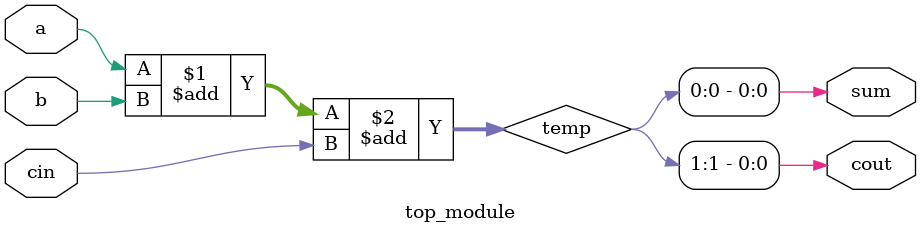
<source format=sv>
module top_module (
    input a,
    input b,
    input cin,
    output cout,
    output sum
);

    wire [1:0] temp;

    assign temp = a + b + cin;
    assign cout = temp[1];
    assign sum = temp[0];

endmodule

</source>
